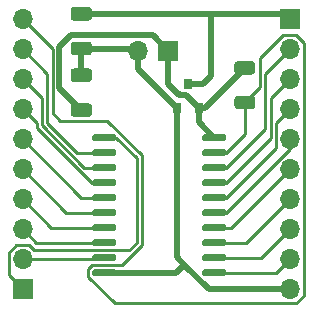
<source format=gbr>
%TF.GenerationSoftware,KiCad,Pcbnew,5.1.12-84ad8e8a86~92~ubuntu18.04.1*%
%TF.CreationDate,2021-11-25T16:48:48-05:00*%
%TF.ProjectId,shifter,73686966-7465-4722-9e6b-696361645f70,rev?*%
%TF.SameCoordinates,Original*%
%TF.FileFunction,Copper,L1,Top*%
%TF.FilePolarity,Positive*%
%FSLAX46Y46*%
G04 Gerber Fmt 4.6, Leading zero omitted, Abs format (unit mm)*
G04 Created by KiCad (PCBNEW 5.1.12-84ad8e8a86~92~ubuntu18.04.1) date 2021-11-25 16:48:48*
%MOMM*%
%LPD*%
G01*
G04 APERTURE LIST*
%TA.AperFunction,ComponentPad*%
%ADD10O,1.700000X1.700000*%
%TD*%
%TA.AperFunction,ComponentPad*%
%ADD11R,1.700000X1.700000*%
%TD*%
%TA.AperFunction,SMDPad,CuDef*%
%ADD12R,0.800000X0.900000*%
%TD*%
%TA.AperFunction,Conductor*%
%ADD13C,0.500000*%
%TD*%
%TA.AperFunction,Conductor*%
%ADD14C,0.250000*%
%TD*%
G04 APERTURE END LIST*
%TO.P,C1,1*%
%TO.N,+5V*%
%TA.AperFunction,SMDPad,CuDef*%
G36*
G01*
X3540999Y2431000D02*
X4841001Y2431000D01*
G75*
G02*
X5091000Y2181001I0J-249999D01*
G01*
X5091000Y1530999D01*
G75*
G02*
X4841001Y1281000I-249999J0D01*
G01*
X3540999Y1281000D01*
G75*
G02*
X3291000Y1530999I0J249999D01*
G01*
X3291000Y2181001D01*
G75*
G02*
X3540999Y2431000I249999J0D01*
G01*
G37*
%TD.AperFunction*%
%TO.P,C1,2*%
%TO.N,GND*%
%TA.AperFunction,SMDPad,CuDef*%
G36*
G01*
X3540999Y-519000D02*
X4841001Y-519000D01*
G75*
G02*
X5091000Y-768999I0J-249999D01*
G01*
X5091000Y-1419001D01*
G75*
G02*
X4841001Y-1669000I-249999J0D01*
G01*
X3540999Y-1669000D01*
G75*
G02*
X3291000Y-1419001I0J249999D01*
G01*
X3291000Y-768999D01*
G75*
G02*
X3540999Y-519000I249999J0D01*
G01*
G37*
%TD.AperFunction*%
%TD*%
%TO.P,C2,2*%
%TO.N,GND*%
%TA.AperFunction,SMDPad,CuDef*%
G36*
G01*
X4841001Y-3926000D02*
X3540999Y-3926000D01*
G75*
G02*
X3291000Y-3676001I0J249999D01*
G01*
X3291000Y-3025999D01*
G75*
G02*
X3540999Y-2776000I249999J0D01*
G01*
X4841001Y-2776000D01*
G75*
G02*
X5091000Y-3025999I0J-249999D01*
G01*
X5091000Y-3676001D01*
G75*
G02*
X4841001Y-3926000I-249999J0D01*
G01*
G37*
%TD.AperFunction*%
%TO.P,C2,1*%
%TO.N,+3V3*%
%TA.AperFunction,SMDPad,CuDef*%
G36*
G01*
X4841001Y-6876000D02*
X3540999Y-6876000D01*
G75*
G02*
X3291000Y-6626001I0J249999D01*
G01*
X3291000Y-5975999D01*
G75*
G02*
X3540999Y-5726000I249999J0D01*
G01*
X4841001Y-5726000D01*
G75*
G02*
X5091000Y-5975999I0J-249999D01*
G01*
X5091000Y-6626001D01*
G75*
G02*
X4841001Y-6876000I-249999J0D01*
G01*
G37*
%TD.AperFunction*%
%TD*%
D10*
%TO.P,J1,10*%
%TO.N,Net-(J1-Pad10)*%
X-762000Y1397000D03*
%TO.P,J1,9*%
%TO.N,Net-(J1-Pad9)*%
X-762000Y-1143000D03*
%TO.P,J1,8*%
%TO.N,Net-(J1-Pad8)*%
X-762000Y-3683000D03*
%TO.P,J1,7*%
%TO.N,Net-(J1-Pad7)*%
X-762000Y-6223000D03*
%TO.P,J1,6*%
%TO.N,Net-(J1-Pad6)*%
X-762000Y-8763000D03*
%TO.P,J1,5*%
%TO.N,Net-(J1-Pad5)*%
X-762000Y-11303000D03*
%TO.P,J1,4*%
%TO.N,Net-(J1-Pad4)*%
X-762000Y-13843000D03*
%TO.P,J1,3*%
%TO.N,Net-(J1-Pad3)*%
X-762000Y-16383000D03*
%TO.P,J1,2*%
%TO.N,Net-(J1-Pad2)*%
X-762000Y-18923000D03*
D11*
%TO.P,J1,1*%
%TO.N,Net-(J1-Pad1)*%
X-762000Y-21463000D03*
%TD*%
%TO.P,J2,1*%
%TO.N,+3V3*%
X11557000Y-1270000D03*
D10*
%TO.P,J2,2*%
%TO.N,GND*%
X9017000Y-1270000D03*
%TD*%
D11*
%TO.P,J3,1*%
%TO.N,+5V*%
X21844000Y1397000D03*
D10*
%TO.P,J3,2*%
%TO.N,Net-(J3-Pad2)*%
X21844000Y-1143000D03*
%TO.P,J3,3*%
%TO.N,Net-(J3-Pad3)*%
X21844000Y-3683000D03*
%TO.P,J3,4*%
%TO.N,Net-(J3-Pad4)*%
X21844000Y-6223000D03*
%TO.P,J3,5*%
%TO.N,Net-(J3-Pad5)*%
X21844000Y-8763000D03*
%TO.P,J3,6*%
%TO.N,Net-(J3-Pad6)*%
X21844000Y-11303000D03*
%TO.P,J3,7*%
%TO.N,Net-(J3-Pad7)*%
X21844000Y-13843000D03*
%TO.P,J3,8*%
%TO.N,Net-(J3-Pad8)*%
X21844000Y-16383000D03*
%TO.P,J3,9*%
%TO.N,Net-(J3-Pad9)*%
X21844000Y-18923000D03*
%TO.P,J3,10*%
%TO.N,GND*%
X21844000Y-21463000D03*
%TD*%
%TO.P,R1,1*%
%TO.N,Net-(J1-Pad10)*%
%TA.AperFunction,SMDPad,CuDef*%
G36*
G01*
X18659001Y-6216000D02*
X17408999Y-6216000D01*
G75*
G02*
X17159000Y-5966001I0J249999D01*
G01*
X17159000Y-5340999D01*
G75*
G02*
X17408999Y-5091000I249999J0D01*
G01*
X18659001Y-5091000D01*
G75*
G02*
X18909000Y-5340999I0J-249999D01*
G01*
X18909000Y-5966001D01*
G75*
G02*
X18659001Y-6216000I-249999J0D01*
G01*
G37*
%TD.AperFunction*%
%TO.P,R1,2*%
%TO.N,+3V3*%
%TA.AperFunction,SMDPad,CuDef*%
G36*
G01*
X18659001Y-3291000D02*
X17408999Y-3291000D01*
G75*
G02*
X17159000Y-3041001I0J249999D01*
G01*
X17159000Y-2415999D01*
G75*
G02*
X17408999Y-2166000I249999J0D01*
G01*
X18659001Y-2166000D01*
G75*
G02*
X18909000Y-2415999I0J-249999D01*
G01*
X18909000Y-3041001D01*
G75*
G02*
X18659001Y-3291000I-249999J0D01*
G01*
G37*
%TD.AperFunction*%
%TD*%
%TO.P,U1,1*%
%TO.N,Net-(J1-Pad1)*%
%TA.AperFunction,SMDPad,CuDef*%
G36*
G01*
X5120000Y-8786000D02*
X5120000Y-8486000D01*
G75*
G02*
X5270000Y-8336000I150000J0D01*
G01*
X7020000Y-8336000D01*
G75*
G02*
X7170000Y-8486000I0J-150000D01*
G01*
X7170000Y-8786000D01*
G75*
G02*
X7020000Y-8936000I-150000J0D01*
G01*
X5270000Y-8936000D01*
G75*
G02*
X5120000Y-8786000I0J150000D01*
G01*
G37*
%TD.AperFunction*%
%TO.P,U1,2*%
%TO.N,Net-(J1-Pad9)*%
%TA.AperFunction,SMDPad,CuDef*%
G36*
G01*
X5120000Y-10056000D02*
X5120000Y-9756000D01*
G75*
G02*
X5270000Y-9606000I150000J0D01*
G01*
X7020000Y-9606000D01*
G75*
G02*
X7170000Y-9756000I0J-150000D01*
G01*
X7170000Y-10056000D01*
G75*
G02*
X7020000Y-10206000I-150000J0D01*
G01*
X5270000Y-10206000D01*
G75*
G02*
X5120000Y-10056000I0J150000D01*
G01*
G37*
%TD.AperFunction*%
%TO.P,U1,3*%
%TO.N,Net-(J1-Pad8)*%
%TA.AperFunction,SMDPad,CuDef*%
G36*
G01*
X5120000Y-11326000D02*
X5120000Y-11026000D01*
G75*
G02*
X5270000Y-10876000I150000J0D01*
G01*
X7020000Y-10876000D01*
G75*
G02*
X7170000Y-11026000I0J-150000D01*
G01*
X7170000Y-11326000D01*
G75*
G02*
X7020000Y-11476000I-150000J0D01*
G01*
X5270000Y-11476000D01*
G75*
G02*
X5120000Y-11326000I0J150000D01*
G01*
G37*
%TD.AperFunction*%
%TO.P,U1,4*%
%TO.N,Net-(J1-Pad7)*%
%TA.AperFunction,SMDPad,CuDef*%
G36*
G01*
X5120000Y-12596000D02*
X5120000Y-12296000D01*
G75*
G02*
X5270000Y-12146000I150000J0D01*
G01*
X7020000Y-12146000D01*
G75*
G02*
X7170000Y-12296000I0J-150000D01*
G01*
X7170000Y-12596000D01*
G75*
G02*
X7020000Y-12746000I-150000J0D01*
G01*
X5270000Y-12746000D01*
G75*
G02*
X5120000Y-12596000I0J150000D01*
G01*
G37*
%TD.AperFunction*%
%TO.P,U1,5*%
%TO.N,Net-(J1-Pad6)*%
%TA.AperFunction,SMDPad,CuDef*%
G36*
G01*
X5120000Y-13866000D02*
X5120000Y-13566000D01*
G75*
G02*
X5270000Y-13416000I150000J0D01*
G01*
X7020000Y-13416000D01*
G75*
G02*
X7170000Y-13566000I0J-150000D01*
G01*
X7170000Y-13866000D01*
G75*
G02*
X7020000Y-14016000I-150000J0D01*
G01*
X5270000Y-14016000D01*
G75*
G02*
X5120000Y-13866000I0J150000D01*
G01*
G37*
%TD.AperFunction*%
%TO.P,U1,6*%
%TO.N,Net-(J1-Pad5)*%
%TA.AperFunction,SMDPad,CuDef*%
G36*
G01*
X5120000Y-15136000D02*
X5120000Y-14836000D01*
G75*
G02*
X5270000Y-14686000I150000J0D01*
G01*
X7020000Y-14686000D01*
G75*
G02*
X7170000Y-14836000I0J-150000D01*
G01*
X7170000Y-15136000D01*
G75*
G02*
X7020000Y-15286000I-150000J0D01*
G01*
X5270000Y-15286000D01*
G75*
G02*
X5120000Y-15136000I0J150000D01*
G01*
G37*
%TD.AperFunction*%
%TO.P,U1,7*%
%TO.N,Net-(J1-Pad4)*%
%TA.AperFunction,SMDPad,CuDef*%
G36*
G01*
X5120000Y-16406000D02*
X5120000Y-16106000D01*
G75*
G02*
X5270000Y-15956000I150000J0D01*
G01*
X7020000Y-15956000D01*
G75*
G02*
X7170000Y-16106000I0J-150000D01*
G01*
X7170000Y-16406000D01*
G75*
G02*
X7020000Y-16556000I-150000J0D01*
G01*
X5270000Y-16556000D01*
G75*
G02*
X5120000Y-16406000I0J150000D01*
G01*
G37*
%TD.AperFunction*%
%TO.P,U1,8*%
%TO.N,Net-(J1-Pad3)*%
%TA.AperFunction,SMDPad,CuDef*%
G36*
G01*
X5120000Y-17676000D02*
X5120000Y-17376000D01*
G75*
G02*
X5270000Y-17226000I150000J0D01*
G01*
X7020000Y-17226000D01*
G75*
G02*
X7170000Y-17376000I0J-150000D01*
G01*
X7170000Y-17676000D01*
G75*
G02*
X7020000Y-17826000I-150000J0D01*
G01*
X5270000Y-17826000D01*
G75*
G02*
X5120000Y-17676000I0J150000D01*
G01*
G37*
%TD.AperFunction*%
%TO.P,U1,9*%
%TO.N,Net-(J1-Pad2)*%
%TA.AperFunction,SMDPad,CuDef*%
G36*
G01*
X5120000Y-18946000D02*
X5120000Y-18646000D01*
G75*
G02*
X5270000Y-18496000I150000J0D01*
G01*
X7020000Y-18496000D01*
G75*
G02*
X7170000Y-18646000I0J-150000D01*
G01*
X7170000Y-18946000D01*
G75*
G02*
X7020000Y-19096000I-150000J0D01*
G01*
X5270000Y-19096000D01*
G75*
G02*
X5120000Y-18946000I0J150000D01*
G01*
G37*
%TD.AperFunction*%
%TO.P,U1,10*%
%TO.N,GND*%
%TA.AperFunction,SMDPad,CuDef*%
G36*
G01*
X5120000Y-20216000D02*
X5120000Y-19916000D01*
G75*
G02*
X5270000Y-19766000I150000J0D01*
G01*
X7020000Y-19766000D01*
G75*
G02*
X7170000Y-19916000I0J-150000D01*
G01*
X7170000Y-20216000D01*
G75*
G02*
X7020000Y-20366000I-150000J0D01*
G01*
X5270000Y-20366000D01*
G75*
G02*
X5120000Y-20216000I0J150000D01*
G01*
G37*
%TD.AperFunction*%
%TO.P,U1,11*%
%TO.N,Net-(J3-Pad9)*%
%TA.AperFunction,SMDPad,CuDef*%
G36*
G01*
X14420000Y-20216000D02*
X14420000Y-19916000D01*
G75*
G02*
X14570000Y-19766000I150000J0D01*
G01*
X16320000Y-19766000D01*
G75*
G02*
X16470000Y-19916000I0J-150000D01*
G01*
X16470000Y-20216000D01*
G75*
G02*
X16320000Y-20366000I-150000J0D01*
G01*
X14570000Y-20366000D01*
G75*
G02*
X14420000Y-20216000I0J150000D01*
G01*
G37*
%TD.AperFunction*%
%TO.P,U1,12*%
%TO.N,Net-(J3-Pad8)*%
%TA.AperFunction,SMDPad,CuDef*%
G36*
G01*
X14420000Y-18946000D02*
X14420000Y-18646000D01*
G75*
G02*
X14570000Y-18496000I150000J0D01*
G01*
X16320000Y-18496000D01*
G75*
G02*
X16470000Y-18646000I0J-150000D01*
G01*
X16470000Y-18946000D01*
G75*
G02*
X16320000Y-19096000I-150000J0D01*
G01*
X14570000Y-19096000D01*
G75*
G02*
X14420000Y-18946000I0J150000D01*
G01*
G37*
%TD.AperFunction*%
%TO.P,U1,13*%
%TO.N,Net-(J3-Pad7)*%
%TA.AperFunction,SMDPad,CuDef*%
G36*
G01*
X14420000Y-17676000D02*
X14420000Y-17376000D01*
G75*
G02*
X14570000Y-17226000I150000J0D01*
G01*
X16320000Y-17226000D01*
G75*
G02*
X16470000Y-17376000I0J-150000D01*
G01*
X16470000Y-17676000D01*
G75*
G02*
X16320000Y-17826000I-150000J0D01*
G01*
X14570000Y-17826000D01*
G75*
G02*
X14420000Y-17676000I0J150000D01*
G01*
G37*
%TD.AperFunction*%
%TO.P,U1,14*%
%TO.N,Net-(J3-Pad6)*%
%TA.AperFunction,SMDPad,CuDef*%
G36*
G01*
X14420000Y-16406000D02*
X14420000Y-16106000D01*
G75*
G02*
X14570000Y-15956000I150000J0D01*
G01*
X16320000Y-15956000D01*
G75*
G02*
X16470000Y-16106000I0J-150000D01*
G01*
X16470000Y-16406000D01*
G75*
G02*
X16320000Y-16556000I-150000J0D01*
G01*
X14570000Y-16556000D01*
G75*
G02*
X14420000Y-16406000I0J150000D01*
G01*
G37*
%TD.AperFunction*%
%TO.P,U1,15*%
%TO.N,Net-(J3-Pad5)*%
%TA.AperFunction,SMDPad,CuDef*%
G36*
G01*
X14420000Y-15136000D02*
X14420000Y-14836000D01*
G75*
G02*
X14570000Y-14686000I150000J0D01*
G01*
X16320000Y-14686000D01*
G75*
G02*
X16470000Y-14836000I0J-150000D01*
G01*
X16470000Y-15136000D01*
G75*
G02*
X16320000Y-15286000I-150000J0D01*
G01*
X14570000Y-15286000D01*
G75*
G02*
X14420000Y-15136000I0J150000D01*
G01*
G37*
%TD.AperFunction*%
%TO.P,U1,16*%
%TO.N,Net-(J3-Pad4)*%
%TA.AperFunction,SMDPad,CuDef*%
G36*
G01*
X14420000Y-13866000D02*
X14420000Y-13566000D01*
G75*
G02*
X14570000Y-13416000I150000J0D01*
G01*
X16320000Y-13416000D01*
G75*
G02*
X16470000Y-13566000I0J-150000D01*
G01*
X16470000Y-13866000D01*
G75*
G02*
X16320000Y-14016000I-150000J0D01*
G01*
X14570000Y-14016000D01*
G75*
G02*
X14420000Y-13866000I0J150000D01*
G01*
G37*
%TD.AperFunction*%
%TO.P,U1,17*%
%TO.N,Net-(J3-Pad3)*%
%TA.AperFunction,SMDPad,CuDef*%
G36*
G01*
X14420000Y-12596000D02*
X14420000Y-12296000D01*
G75*
G02*
X14570000Y-12146000I150000J0D01*
G01*
X16320000Y-12146000D01*
G75*
G02*
X16470000Y-12296000I0J-150000D01*
G01*
X16470000Y-12596000D01*
G75*
G02*
X16320000Y-12746000I-150000J0D01*
G01*
X14570000Y-12746000D01*
G75*
G02*
X14420000Y-12596000I0J150000D01*
G01*
G37*
%TD.AperFunction*%
%TO.P,U1,18*%
%TO.N,Net-(J3-Pad2)*%
%TA.AperFunction,SMDPad,CuDef*%
G36*
G01*
X14420000Y-11326000D02*
X14420000Y-11026000D01*
G75*
G02*
X14570000Y-10876000I150000J0D01*
G01*
X16320000Y-10876000D01*
G75*
G02*
X16470000Y-11026000I0J-150000D01*
G01*
X16470000Y-11326000D01*
G75*
G02*
X16320000Y-11476000I-150000J0D01*
G01*
X14570000Y-11476000D01*
G75*
G02*
X14420000Y-11326000I0J150000D01*
G01*
G37*
%TD.AperFunction*%
%TO.P,U1,19*%
%TO.N,Net-(J1-Pad10)*%
%TA.AperFunction,SMDPad,CuDef*%
G36*
G01*
X14420000Y-10056000D02*
X14420000Y-9756000D01*
G75*
G02*
X14570000Y-9606000I150000J0D01*
G01*
X16320000Y-9606000D01*
G75*
G02*
X16470000Y-9756000I0J-150000D01*
G01*
X16470000Y-10056000D01*
G75*
G02*
X16320000Y-10206000I-150000J0D01*
G01*
X14570000Y-10206000D01*
G75*
G02*
X14420000Y-10056000I0J150000D01*
G01*
G37*
%TD.AperFunction*%
%TO.P,U1,20*%
%TO.N,+3V3*%
%TA.AperFunction,SMDPad,CuDef*%
G36*
G01*
X14420000Y-8786000D02*
X14420000Y-8486000D01*
G75*
G02*
X14570000Y-8336000I150000J0D01*
G01*
X16320000Y-8336000D01*
G75*
G02*
X16470000Y-8486000I0J-150000D01*
G01*
X16470000Y-8786000D01*
G75*
G02*
X16320000Y-8936000I-150000J0D01*
G01*
X14570000Y-8936000D01*
G75*
G02*
X14420000Y-8786000I0J150000D01*
G01*
G37*
%TD.AperFunction*%
%TD*%
D12*
%TO.P,U2,1*%
%TO.N,GND*%
X12258000Y-6080000D03*
%TO.P,U2,2*%
%TO.N,+3V3*%
X14158000Y-6080000D03*
%TO.P,U2,3*%
%TO.N,+5V*%
X13208000Y-4080000D03*
%TD*%
D13*
%TO.N,+5V*%
X21385000Y1856000D02*
X21844000Y1397000D01*
X13208000Y-4080000D02*
X14462000Y-4080000D01*
X15162000Y-3380000D02*
X15162000Y1856000D01*
X14462000Y-4080000D02*
X15162000Y-3380000D01*
X4191000Y1856000D02*
X15162000Y1856000D01*
X15162000Y1856000D02*
X21385000Y1856000D01*
%TO.N,GND*%
X4191000Y-1094000D02*
X4191000Y-3351000D01*
D14*
X7170000Y-20066000D02*
X6145000Y-20066000D01*
D13*
X12258000Y-6080000D02*
X12258000Y-14978000D01*
X8841000Y-1094000D02*
X9017000Y-1270000D01*
X4191000Y-1094000D02*
X8841000Y-1094000D01*
X9017000Y-2839000D02*
X12258000Y-6080000D01*
X9017000Y-1270000D02*
X9017000Y-2839000D01*
X14968456Y-21463000D02*
X21844000Y-21463000D01*
X12258000Y-14978000D02*
X12258000Y-18752544D01*
X12192000Y-20066000D02*
X12881728Y-19376272D01*
X6145000Y-20066000D02*
X12192000Y-20066000D01*
X12258000Y-18752544D02*
X12881728Y-19376272D01*
X12881728Y-19376272D02*
X14968456Y-21463000D01*
%TO.N,+3V3*%
X14682500Y-6080000D02*
X14158000Y-6080000D01*
X18034000Y-2728500D02*
X14682500Y-6080000D01*
X14158000Y-7349000D02*
X15445000Y-8636000D01*
X14158000Y-6080000D02*
X14158000Y-7349000D01*
X12447999Y-4980001D02*
X12357999Y-4890001D01*
X13058001Y-4980001D02*
X12447999Y-4980001D01*
X14158000Y-6080000D02*
X13058001Y-4980001D01*
X10256999Y30001D02*
X11557000Y-1270000D01*
X3350035Y30001D02*
X10256999Y30001D01*
X2338039Y-981995D02*
X3350035Y30001D01*
X2338039Y-4448039D02*
X2338039Y-981995D01*
X4191000Y-6301000D02*
X2338039Y-4448039D01*
X11557000Y-4089002D02*
X12447999Y-4980001D01*
X11557000Y-1270000D02*
X11557000Y-4089002D01*
D14*
%TO.N,Net-(J1-Pad10)*%
X1763031Y-1128031D02*
X-762000Y1397000D01*
X1763031Y-6549031D02*
X1763031Y-1128031D01*
%TO.N,Net-(J1-Pad9)*%
X6145000Y-9906000D02*
X5120000Y-9906000D01*
X1313021Y-7369021D02*
X1313021Y-3218021D01*
X1313021Y-3218021D02*
X-762000Y-1143000D01*
%TO.N,Net-(J1-Pad8)*%
X6145000Y-11176000D02*
X5120000Y-11176000D01*
%TO.N,Net-(J1-Pad7)*%
X5718232Y-12446000D02*
X6145000Y-12446000D01*
%TO.N,Net-(J1-Pad8)*%
X863011Y-5308011D02*
X863011Y-7590779D01*
X-762000Y-3683000D02*
X863011Y-5308011D01*
%TO.N,Net-(J1-Pad6)*%
X5120000Y-13716000D02*
X6145000Y-13716000D01*
%TO.N,Net-(J1-Pad5)*%
X5461000Y-14986000D02*
X6145000Y-14986000D01*
%TO.N,Net-(J3-Pad2)*%
X19768979Y-7877021D02*
X19768979Y-3218021D01*
X16470000Y-11176000D02*
X19768979Y-7877021D01*
X19768979Y-3218021D02*
X21844000Y-1143000D01*
X15445000Y-11176000D02*
X16470000Y-11176000D01*
%TO.N,Net-(J3-Pad3)*%
X20218989Y-5308011D02*
X21844000Y-3683000D01*
X20218989Y-8697011D02*
X20218989Y-5308011D01*
X16470000Y-12446000D02*
X20218989Y-8697011D01*
X15445000Y-12446000D02*
X16470000Y-12446000D01*
%TO.N,Net-(J3-Pad4)*%
X20668999Y-7398001D02*
X21844000Y-6223000D01*
X20668999Y-9517001D02*
X20668999Y-7398001D01*
X16470000Y-13716000D02*
X20668999Y-9517001D01*
X15445000Y-13716000D02*
X16470000Y-13716000D01*
%TO.N,Net-(J3-Pad5)*%
X21844000Y-9612000D02*
X21844000Y-8763000D01*
X15445000Y-14986000D02*
X16470000Y-14986000D01*
%TO.N,Net-(J3-Pad6)*%
X16891000Y-16256000D02*
X21844000Y-11303000D01*
X15445000Y-16256000D02*
X16891000Y-16256000D01*
%TO.N,Net-(J3-Pad7)*%
X18161000Y-17526000D02*
X21844000Y-13843000D01*
X15445000Y-17526000D02*
X18161000Y-17526000D01*
%TO.N,Net-(J3-Pad8)*%
X19431000Y-18796000D02*
X21844000Y-16383000D01*
X15445000Y-18796000D02*
X19431000Y-18796000D01*
%TO.N,Net-(J3-Pad9)*%
X20701000Y-20066000D02*
X21844000Y-18923000D01*
X15445000Y-20066000D02*
X20701000Y-20066000D01*
%TO.N,Net-(J1-Pad10)*%
X16470000Y-9906000D02*
X18034000Y-8342000D01*
X18034000Y-8342000D02*
X18034000Y-5653500D01*
X15445000Y-9906000D02*
X16470000Y-9906000D01*
X19318969Y-4368531D02*
X18034000Y-5653500D01*
X19318969Y-1929029D02*
X19318969Y-4368531D01*
X21279999Y32001D02*
X19318969Y-1929029D01*
X22408001Y32001D02*
X21279999Y32001D01*
X23019001Y-578999D02*
X22408001Y32001D01*
X23019001Y-22027001D02*
X23019001Y-578999D01*
X22408001Y-22638001D02*
X23019001Y-22027001D01*
X4794990Y-20412758D02*
X7020233Y-22638001D01*
X4794990Y-19719242D02*
X4794990Y-20412758D01*
X7020233Y-22638001D02*
X22408001Y-22638001D01*
X5073242Y-19440990D02*
X4794990Y-19719242D01*
X7611420Y-19440990D02*
X5073242Y-19440990D01*
X9340009Y-17712401D02*
X7611420Y-19440990D01*
X6406778Y-7201010D02*
X9340010Y-10134242D01*
X2415010Y-7201010D02*
X6406778Y-7201010D01*
X9340010Y-10134242D02*
X9340009Y-17712401D01*
X1763031Y-6549031D02*
X2415010Y-7201010D01*
%TO.N,Net-(J1-Pad9)*%
X3850000Y-9906000D02*
X6145000Y-9906000D01*
X1313021Y-7369021D02*
X3850000Y-9906000D01*
%TO.N,Net-(J1-Pad8)*%
X4448232Y-11176000D02*
X6145000Y-11176000D01*
X863011Y-7590779D02*
X4448232Y-11176000D01*
%TO.N,Net-(J1-Pad7)*%
X5081822Y-12446000D02*
X6145000Y-12446000D01*
X413001Y-7777179D02*
X5081822Y-12446000D01*
X413001Y-7398001D02*
X413001Y-7777179D01*
X-762000Y-6223000D02*
X413001Y-7398001D01*
%TO.N,Net-(J1-Pad6)*%
X4191000Y-13716000D02*
X6145000Y-13716000D01*
X-762000Y-8763000D02*
X4191000Y-13716000D01*
%TO.N,Net-(J1-Pad5)*%
X2921000Y-14986000D02*
X6145000Y-14986000D01*
X-762000Y-11303000D02*
X2921000Y-14986000D01*
%TO.N,Net-(J1-Pad4)*%
X1651000Y-16256000D02*
X6145000Y-16256000D01*
X-762000Y-13843000D02*
X1651000Y-16256000D01*
%TO.N,Net-(J1-Pad3)*%
X381000Y-17526000D02*
X6145000Y-17526000D01*
X-762000Y-16383000D02*
X381000Y-17526000D01*
%TO.N,Net-(J1-Pad2)*%
X6018000Y-18923000D02*
X6145000Y-18796000D01*
X-762000Y-18923000D02*
X6018000Y-18923000D01*
%TO.N,Net-(J1-Pad1)*%
X-1937001Y-18358999D02*
X-1937001Y-20287999D01*
X-1326001Y-17747999D02*
X-1937001Y-18358999D01*
X-1937001Y-20287999D02*
X-762000Y-21463000D01*
X-197999Y-17747999D02*
X-1326001Y-17747999D01*
X224992Y-18170990D02*
X-197999Y-17747999D01*
X8890000Y-10356000D02*
X8890000Y-17526000D01*
X8245010Y-18170990D02*
X224992Y-18170990D01*
X8890000Y-17526000D02*
X8245010Y-18170990D01*
X7170000Y-8636000D02*
X8890000Y-10356000D01*
X6145000Y-8636000D02*
X7170000Y-8636000D01*
%TO.N,Net-(J3-Pad5)*%
X16470000Y-14986000D02*
X21844000Y-9612000D01*
%TD*%
M02*

</source>
